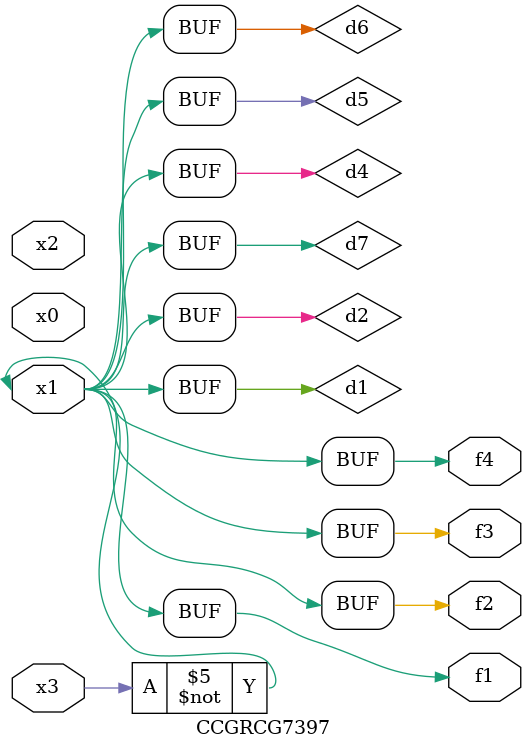
<source format=v>
module CCGRCG7397(
	input x0, x1, x2, x3,
	output f1, f2, f3, f4
);

	wire d1, d2, d3, d4, d5, d6, d7;

	not (d1, x3);
	buf (d2, x1);
	xnor (d3, d1, d2);
	nor (d4, d1);
	buf (d5, d1, d2);
	buf (d6, d4, d5);
	nand (d7, d4);
	assign f1 = d6;
	assign f2 = d7;
	assign f3 = d6;
	assign f4 = d6;
endmodule

</source>
